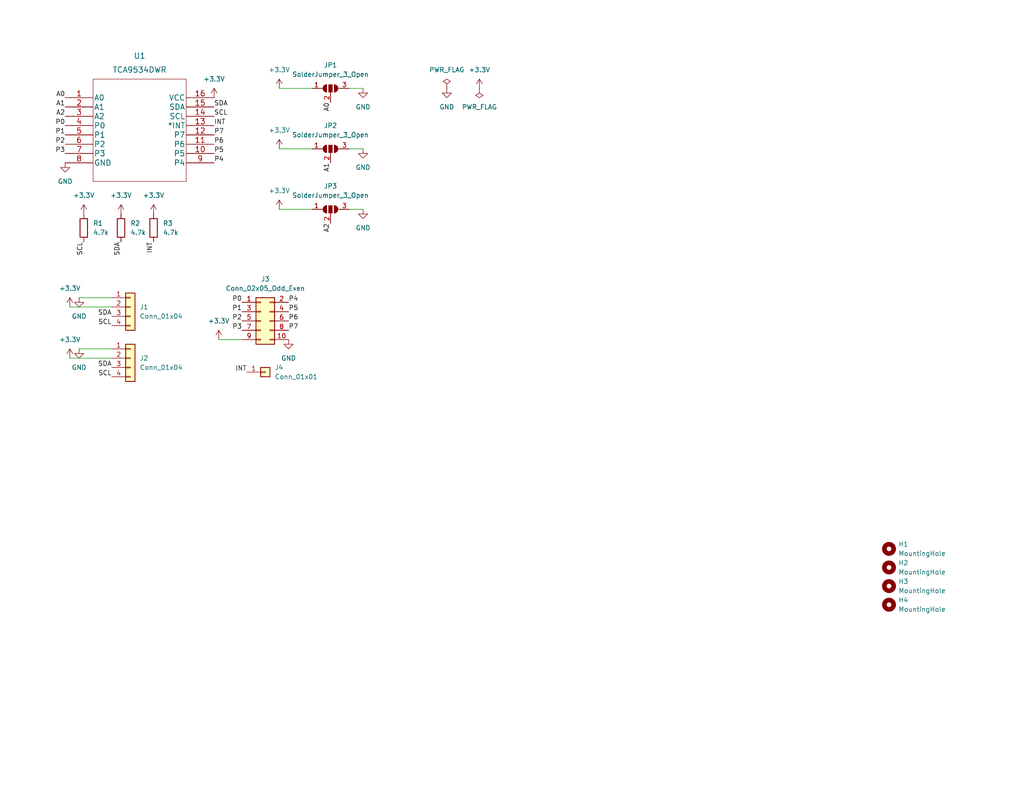
<source format=kicad_sch>
(kicad_sch (version 20211123) (generator eeschema)

  (uuid f98bb1b3-6530-42a4-9756-50c473cb0aba)

  (paper "A")

  (title_block
    (title "TCA9534")
    (date "2022-09-27")
    (rev "1.0")
    (company "Because I'm Clever")
  )

  (lib_symbols
    (symbol "2022-09-28_01-03-26:TCA9534DWR" (pin_names (offset 0.254)) (in_bom yes) (on_board yes)
      (property "Reference" "U" (id 0) (at 20.32 10.16 0)
        (effects (font (size 1.524 1.524)))
      )
      (property "Value" "TCA9534DWR" (id 1) (at 20.32 7.62 0)
        (effects (font (size 1.524 1.524)))
      )
      (property "Footprint" "DW16_TEX" (id 2) (at 20.32 6.096 0)
        (effects (font (size 1.524 1.524)) hide)
      )
      (property "Datasheet" "" (id 3) (at 0 0 0)
        (effects (font (size 1.524 1.524)))
      )
      (property "ki_locked" "" (id 4) (at 0 0 0)
        (effects (font (size 1.27 1.27)))
      )
      (property "ki_fp_filters" "DW16_TEX DW16_TEX-M DW16_TEX-L" (id 5) (at 0 0 0)
        (effects (font (size 1.27 1.27)) hide)
      )
      (symbol "TCA9534DWR_1_1"
        (polyline
          (pts
            (xy 7.62 -22.86)
            (xy 33.02 -22.86)
          )
          (stroke (width 0.127) (type default) (color 0 0 0 0))
          (fill (type none))
        )
        (polyline
          (pts
            (xy 7.62 5.08)
            (xy 7.62 -22.86)
          )
          (stroke (width 0.127) (type default) (color 0 0 0 0))
          (fill (type none))
        )
        (polyline
          (pts
            (xy 33.02 -22.86)
            (xy 33.02 5.08)
          )
          (stroke (width 0.127) (type default) (color 0 0 0 0))
          (fill (type none))
        )
        (polyline
          (pts
            (xy 33.02 5.08)
            (xy 7.62 5.08)
          )
          (stroke (width 0.127) (type default) (color 0 0 0 0))
          (fill (type none))
        )
        (pin input line (at 0 0 0) (length 7.62)
          (name "A0" (effects (font (size 1.4986 1.4986))))
          (number "1" (effects (font (size 1.4986 1.4986))))
        )
        (pin bidirectional line (at 40.64 -15.24 180) (length 7.62)
          (name "P5" (effects (font (size 1.4986 1.4986))))
          (number "10" (effects (font (size 1.4986 1.4986))))
        )
        (pin bidirectional line (at 40.64 -12.7 180) (length 7.62)
          (name "P6" (effects (font (size 1.4986 1.4986))))
          (number "11" (effects (font (size 1.4986 1.4986))))
        )
        (pin bidirectional line (at 40.64 -10.16 180) (length 7.62)
          (name "P7" (effects (font (size 1.4986 1.4986))))
          (number "12" (effects (font (size 1.4986 1.4986))))
        )
        (pin output line (at 40.64 -7.62 180) (length 7.62)
          (name "*INT" (effects (font (size 1.4986 1.4986))))
          (number "13" (effects (font (size 1.4986 1.4986))))
        )
        (pin input line (at 40.64 -5.08 180) (length 7.62)
          (name "SCL" (effects (font (size 1.4986 1.4986))))
          (number "14" (effects (font (size 1.4986 1.4986))))
        )
        (pin bidirectional line (at 40.64 -2.54 180) (length 7.62)
          (name "SDA" (effects (font (size 1.4986 1.4986))))
          (number "15" (effects (font (size 1.4986 1.4986))))
        )
        (pin power_in line (at 40.64 0 180) (length 7.62)
          (name "VCC" (effects (font (size 1.4986 1.4986))))
          (number "16" (effects (font (size 1.4986 1.4986))))
        )
        (pin input line (at 0 -2.54 0) (length 7.62)
          (name "A1" (effects (font (size 1.4986 1.4986))))
          (number "2" (effects (font (size 1.4986 1.4986))))
        )
        (pin input line (at 0 -5.08 0) (length 7.62)
          (name "A2" (effects (font (size 1.4986 1.4986))))
          (number "3" (effects (font (size 1.4986 1.4986))))
        )
        (pin bidirectional line (at 0 -7.62 0) (length 7.62)
          (name "P0" (effects (font (size 1.4986 1.4986))))
          (number "4" (effects (font (size 1.4986 1.4986))))
        )
        (pin bidirectional line (at 0 -10.16 0) (length 7.62)
          (name "P1" (effects (font (size 1.4986 1.4986))))
          (number "5" (effects (font (size 1.4986 1.4986))))
        )
        (pin bidirectional line (at 0 -12.7 0) (length 7.62)
          (name "P2" (effects (font (size 1.4986 1.4986))))
          (number "6" (effects (font (size 1.4986 1.4986))))
        )
        (pin bidirectional line (at 0 -15.24 0) (length 7.62)
          (name "P3" (effects (font (size 1.4986 1.4986))))
          (number "7" (effects (font (size 1.4986 1.4986))))
        )
        (pin power_in line (at 0 -17.78 0) (length 7.62)
          (name "GND" (effects (font (size 1.4986 1.4986))))
          (number "8" (effects (font (size 1.4986 1.4986))))
        )
        (pin bidirectional line (at 40.64 -17.78 180) (length 7.62)
          (name "P4" (effects (font (size 1.4986 1.4986))))
          (number "9" (effects (font (size 1.4986 1.4986))))
        )
      )
    )
    (symbol "Connector_Generic:Conn_01x01" (pin_names (offset 1.016) hide) (in_bom yes) (on_board yes)
      (property "Reference" "J" (id 0) (at 0 2.54 0)
        (effects (font (size 1.27 1.27)))
      )
      (property "Value" "Conn_01x01" (id 1) (at 0 -2.54 0)
        (effects (font (size 1.27 1.27)))
      )
      (property "Footprint" "" (id 2) (at 0 0 0)
        (effects (font (size 1.27 1.27)) hide)
      )
      (property "Datasheet" "~" (id 3) (at 0 0 0)
        (effects (font (size 1.27 1.27)) hide)
      )
      (property "ki_keywords" "connector" (id 4) (at 0 0 0)
        (effects (font (size 1.27 1.27)) hide)
      )
      (property "ki_description" "Generic connector, single row, 01x01, script generated (kicad-library-utils/schlib/autogen/connector/)" (id 5) (at 0 0 0)
        (effects (font (size 1.27 1.27)) hide)
      )
      (property "ki_fp_filters" "Connector*:*_1x??_*" (id 6) (at 0 0 0)
        (effects (font (size 1.27 1.27)) hide)
      )
      (symbol "Conn_01x01_1_1"
        (rectangle (start -1.27 0.127) (end 0 -0.127)
          (stroke (width 0.1524) (type default) (color 0 0 0 0))
          (fill (type none))
        )
        (rectangle (start -1.27 1.27) (end 1.27 -1.27)
          (stroke (width 0.254) (type default) (color 0 0 0 0))
          (fill (type background))
        )
        (pin passive line (at -5.08 0 0) (length 3.81)
          (name "Pin_1" (effects (font (size 1.27 1.27))))
          (number "1" (effects (font (size 1.27 1.27))))
        )
      )
    )
    (symbol "Connector_Generic:Conn_01x04" (pin_names (offset 1.016) hide) (in_bom yes) (on_board yes)
      (property "Reference" "J" (id 0) (at 0 5.08 0)
        (effects (font (size 1.27 1.27)))
      )
      (property "Value" "Conn_01x04" (id 1) (at 0 -7.62 0)
        (effects (font (size 1.27 1.27)))
      )
      (property "Footprint" "" (id 2) (at 0 0 0)
        (effects (font (size 1.27 1.27)) hide)
      )
      (property "Datasheet" "~" (id 3) (at 0 0 0)
        (effects (font (size 1.27 1.27)) hide)
      )
      (property "ki_keywords" "connector" (id 4) (at 0 0 0)
        (effects (font (size 1.27 1.27)) hide)
      )
      (property "ki_description" "Generic connector, single row, 01x04, script generated (kicad-library-utils/schlib/autogen/connector/)" (id 5) (at 0 0 0)
        (effects (font (size 1.27 1.27)) hide)
      )
      (property "ki_fp_filters" "Connector*:*_1x??_*" (id 6) (at 0 0 0)
        (effects (font (size 1.27 1.27)) hide)
      )
      (symbol "Conn_01x04_1_1"
        (rectangle (start -1.27 -4.953) (end 0 -5.207)
          (stroke (width 0.1524) (type default) (color 0 0 0 0))
          (fill (type none))
        )
        (rectangle (start -1.27 -2.413) (end 0 -2.667)
          (stroke (width 0.1524) (type default) (color 0 0 0 0))
          (fill (type none))
        )
        (rectangle (start -1.27 0.127) (end 0 -0.127)
          (stroke (width 0.1524) (type default) (color 0 0 0 0))
          (fill (type none))
        )
        (rectangle (start -1.27 2.667) (end 0 2.413)
          (stroke (width 0.1524) (type default) (color 0 0 0 0))
          (fill (type none))
        )
        (rectangle (start -1.27 3.81) (end 1.27 -6.35)
          (stroke (width 0.254) (type default) (color 0 0 0 0))
          (fill (type background))
        )
        (pin passive line (at -5.08 2.54 0) (length 3.81)
          (name "Pin_1" (effects (font (size 1.27 1.27))))
          (number "1" (effects (font (size 1.27 1.27))))
        )
        (pin passive line (at -5.08 0 0) (length 3.81)
          (name "Pin_2" (effects (font (size 1.27 1.27))))
          (number "2" (effects (font (size 1.27 1.27))))
        )
        (pin passive line (at -5.08 -2.54 0) (length 3.81)
          (name "Pin_3" (effects (font (size 1.27 1.27))))
          (number "3" (effects (font (size 1.27 1.27))))
        )
        (pin passive line (at -5.08 -5.08 0) (length 3.81)
          (name "Pin_4" (effects (font (size 1.27 1.27))))
          (number "4" (effects (font (size 1.27 1.27))))
        )
      )
    )
    (symbol "Connector_Generic:Conn_02x05_Odd_Even" (pin_names (offset 1.016) hide) (in_bom yes) (on_board yes)
      (property "Reference" "J" (id 0) (at 1.27 7.62 0)
        (effects (font (size 1.27 1.27)))
      )
      (property "Value" "Conn_02x05_Odd_Even" (id 1) (at 1.27 -7.62 0)
        (effects (font (size 1.27 1.27)))
      )
      (property "Footprint" "" (id 2) (at 0 0 0)
        (effects (font (size 1.27 1.27)) hide)
      )
      (property "Datasheet" "~" (id 3) (at 0 0 0)
        (effects (font (size 1.27 1.27)) hide)
      )
      (property "ki_keywords" "connector" (id 4) (at 0 0 0)
        (effects (font (size 1.27 1.27)) hide)
      )
      (property "ki_description" "Generic connector, double row, 02x05, odd/even pin numbering scheme (row 1 odd numbers, row 2 even numbers), script generated (kicad-library-utils/schlib/autogen/connector/)" (id 5) (at 0 0 0)
        (effects (font (size 1.27 1.27)) hide)
      )
      (property "ki_fp_filters" "Connector*:*_2x??_*" (id 6) (at 0 0 0)
        (effects (font (size 1.27 1.27)) hide)
      )
      (symbol "Conn_02x05_Odd_Even_1_1"
        (rectangle (start -1.27 -4.953) (end 0 -5.207)
          (stroke (width 0.1524) (type default) (color 0 0 0 0))
          (fill (type none))
        )
        (rectangle (start -1.27 -2.413) (end 0 -2.667)
          (stroke (width 0.1524) (type default) (color 0 0 0 0))
          (fill (type none))
        )
        (rectangle (start -1.27 0.127) (end 0 -0.127)
          (stroke (width 0.1524) (type default) (color 0 0 0 0))
          (fill (type none))
        )
        (rectangle (start -1.27 2.667) (end 0 2.413)
          (stroke (width 0.1524) (type default) (color 0 0 0 0))
          (fill (type none))
        )
        (rectangle (start -1.27 5.207) (end 0 4.953)
          (stroke (width 0.1524) (type default) (color 0 0 0 0))
          (fill (type none))
        )
        (rectangle (start -1.27 6.35) (end 3.81 -6.35)
          (stroke (width 0.254) (type default) (color 0 0 0 0))
          (fill (type background))
        )
        (rectangle (start 3.81 -4.953) (end 2.54 -5.207)
          (stroke (width 0.1524) (type default) (color 0 0 0 0))
          (fill (type none))
        )
        (rectangle (start 3.81 -2.413) (end 2.54 -2.667)
          (stroke (width 0.1524) (type default) (color 0 0 0 0))
          (fill (type none))
        )
        (rectangle (start 3.81 0.127) (end 2.54 -0.127)
          (stroke (width 0.1524) (type default) (color 0 0 0 0))
          (fill (type none))
        )
        (rectangle (start 3.81 2.667) (end 2.54 2.413)
          (stroke (width 0.1524) (type default) (color 0 0 0 0))
          (fill (type none))
        )
        (rectangle (start 3.81 5.207) (end 2.54 4.953)
          (stroke (width 0.1524) (type default) (color 0 0 0 0))
          (fill (type none))
        )
        (pin passive line (at -5.08 5.08 0) (length 3.81)
          (name "Pin_1" (effects (font (size 1.27 1.27))))
          (number "1" (effects (font (size 1.27 1.27))))
        )
        (pin passive line (at 7.62 -5.08 180) (length 3.81)
          (name "Pin_10" (effects (font (size 1.27 1.27))))
          (number "10" (effects (font (size 1.27 1.27))))
        )
        (pin passive line (at 7.62 5.08 180) (length 3.81)
          (name "Pin_2" (effects (font (size 1.27 1.27))))
          (number "2" (effects (font (size 1.27 1.27))))
        )
        (pin passive line (at -5.08 2.54 0) (length 3.81)
          (name "Pin_3" (effects (font (size 1.27 1.27))))
          (number "3" (effects (font (size 1.27 1.27))))
        )
        (pin passive line (at 7.62 2.54 180) (length 3.81)
          (name "Pin_4" (effects (font (size 1.27 1.27))))
          (number "4" (effects (font (size 1.27 1.27))))
        )
        (pin passive line (at -5.08 0 0) (length 3.81)
          (name "Pin_5" (effects (font (size 1.27 1.27))))
          (number "5" (effects (font (size 1.27 1.27))))
        )
        (pin passive line (at 7.62 0 180) (length 3.81)
          (name "Pin_6" (effects (font (size 1.27 1.27))))
          (number "6" (effects (font (size 1.27 1.27))))
        )
        (pin passive line (at -5.08 -2.54 0) (length 3.81)
          (name "Pin_7" (effects (font (size 1.27 1.27))))
          (number "7" (effects (font (size 1.27 1.27))))
        )
        (pin passive line (at 7.62 -2.54 180) (length 3.81)
          (name "Pin_8" (effects (font (size 1.27 1.27))))
          (number "8" (effects (font (size 1.27 1.27))))
        )
        (pin passive line (at -5.08 -5.08 0) (length 3.81)
          (name "Pin_9" (effects (font (size 1.27 1.27))))
          (number "9" (effects (font (size 1.27 1.27))))
        )
      )
    )
    (symbol "Device:R" (pin_numbers hide) (pin_names (offset 0)) (in_bom yes) (on_board yes)
      (property "Reference" "R" (id 0) (at 2.032 0 90)
        (effects (font (size 1.27 1.27)))
      )
      (property "Value" "R" (id 1) (at 0 0 90)
        (effects (font (size 1.27 1.27)))
      )
      (property "Footprint" "" (id 2) (at -1.778 0 90)
        (effects (font (size 1.27 1.27)) hide)
      )
      (property "Datasheet" "~" (id 3) (at 0 0 0)
        (effects (font (size 1.27 1.27)) hide)
      )
      (property "ki_keywords" "R res resistor" (id 4) (at 0 0 0)
        (effects (font (size 1.27 1.27)) hide)
      )
      (property "ki_description" "Resistor" (id 5) (at 0 0 0)
        (effects (font (size 1.27 1.27)) hide)
      )
      (property "ki_fp_filters" "R_*" (id 6) (at 0 0 0)
        (effects (font (size 1.27 1.27)) hide)
      )
      (symbol "R_0_1"
        (rectangle (start -1.016 -2.54) (end 1.016 2.54)
          (stroke (width 0.254) (type default) (color 0 0 0 0))
          (fill (type none))
        )
      )
      (symbol "R_1_1"
        (pin passive line (at 0 3.81 270) (length 1.27)
          (name "~" (effects (font (size 1.27 1.27))))
          (number "1" (effects (font (size 1.27 1.27))))
        )
        (pin passive line (at 0 -3.81 90) (length 1.27)
          (name "~" (effects (font (size 1.27 1.27))))
          (number "2" (effects (font (size 1.27 1.27))))
        )
      )
    )
    (symbol "Jumper:SolderJumper_3_Open" (pin_names (offset 0) hide) (in_bom yes) (on_board yes)
      (property "Reference" "JP" (id 0) (at -2.54 -2.54 0)
        (effects (font (size 1.27 1.27)))
      )
      (property "Value" "SolderJumper_3_Open" (id 1) (at 0 2.794 0)
        (effects (font (size 1.27 1.27)))
      )
      (property "Footprint" "" (id 2) (at 0 0 0)
        (effects (font (size 1.27 1.27)) hide)
      )
      (property "Datasheet" "~" (id 3) (at 0 0 0)
        (effects (font (size 1.27 1.27)) hide)
      )
      (property "ki_keywords" "Solder Jumper SPDT" (id 4) (at 0 0 0)
        (effects (font (size 1.27 1.27)) hide)
      )
      (property "ki_description" "Solder Jumper, 3-pole, open" (id 5) (at 0 0 0)
        (effects (font (size 1.27 1.27)) hide)
      )
      (property "ki_fp_filters" "SolderJumper*Open*" (id 6) (at 0 0 0)
        (effects (font (size 1.27 1.27)) hide)
      )
      (symbol "SolderJumper_3_Open_0_1"
        (arc (start -1.016 1.016) (mid -2.032 0) (end -1.016 -1.016)
          (stroke (width 0) (type default) (color 0 0 0 0))
          (fill (type none))
        )
        (arc (start -1.016 1.016) (mid -2.032 0) (end -1.016 -1.016)
          (stroke (width 0) (type default) (color 0 0 0 0))
          (fill (type outline))
        )
        (rectangle (start -0.508 1.016) (end 0.508 -1.016)
          (stroke (width 0) (type default) (color 0 0 0 0))
          (fill (type outline))
        )
        (polyline
          (pts
            (xy -2.54 0)
            (xy -2.032 0)
          )
          (stroke (width 0) (type default) (color 0 0 0 0))
          (fill (type none))
        )
        (polyline
          (pts
            (xy -1.016 1.016)
            (xy -1.016 -1.016)
          )
          (stroke (width 0) (type default) (color 0 0 0 0))
          (fill (type none))
        )
        (polyline
          (pts
            (xy 0 -1.27)
            (xy 0 -1.016)
          )
          (stroke (width 0) (type default) (color 0 0 0 0))
          (fill (type none))
        )
        (polyline
          (pts
            (xy 1.016 1.016)
            (xy 1.016 -1.016)
          )
          (stroke (width 0) (type default) (color 0 0 0 0))
          (fill (type none))
        )
        (polyline
          (pts
            (xy 2.54 0)
            (xy 2.032 0)
          )
          (stroke (width 0) (type default) (color 0 0 0 0))
          (fill (type none))
        )
        (arc (start 1.016 -1.016) (mid 2.032 0) (end 1.016 1.016)
          (stroke (width 0) (type default) (color 0 0 0 0))
          (fill (type none))
        )
        (arc (start 1.016 -1.016) (mid 2.032 0) (end 1.016 1.016)
          (stroke (width 0) (type default) (color 0 0 0 0))
          (fill (type outline))
        )
      )
      (symbol "SolderJumper_3_Open_1_1"
        (pin passive line (at -5.08 0 0) (length 2.54)
          (name "A" (effects (font (size 1.27 1.27))))
          (number "1" (effects (font (size 1.27 1.27))))
        )
        (pin passive line (at 0 -3.81 90) (length 2.54)
          (name "C" (effects (font (size 1.27 1.27))))
          (number "2" (effects (font (size 1.27 1.27))))
        )
        (pin passive line (at 5.08 0 180) (length 2.54)
          (name "B" (effects (font (size 1.27 1.27))))
          (number "3" (effects (font (size 1.27 1.27))))
        )
      )
    )
    (symbol "Mechanical:MountingHole" (pin_names (offset 1.016)) (in_bom yes) (on_board yes)
      (property "Reference" "H" (id 0) (at 0 5.08 0)
        (effects (font (size 1.27 1.27)))
      )
      (property "Value" "MountingHole" (id 1) (at 0 3.175 0)
        (effects (font (size 1.27 1.27)))
      )
      (property "Footprint" "" (id 2) (at 0 0 0)
        (effects (font (size 1.27 1.27)) hide)
      )
      (property "Datasheet" "~" (id 3) (at 0 0 0)
        (effects (font (size 1.27 1.27)) hide)
      )
      (property "ki_keywords" "mounting hole" (id 4) (at 0 0 0)
        (effects (font (size 1.27 1.27)) hide)
      )
      (property "ki_description" "Mounting Hole without connection" (id 5) (at 0 0 0)
        (effects (font (size 1.27 1.27)) hide)
      )
      (property "ki_fp_filters" "MountingHole*" (id 6) (at 0 0 0)
        (effects (font (size 1.27 1.27)) hide)
      )
      (symbol "MountingHole_0_1"
        (circle (center 0 0) (radius 1.27)
          (stroke (width 1.27) (type default) (color 0 0 0 0))
          (fill (type none))
        )
      )
    )
    (symbol "power:+3.3V" (power) (pin_names (offset 0)) (in_bom yes) (on_board yes)
      (property "Reference" "#PWR" (id 0) (at 0 -3.81 0)
        (effects (font (size 1.27 1.27)) hide)
      )
      (property "Value" "+3.3V" (id 1) (at 0 3.556 0)
        (effects (font (size 1.27 1.27)))
      )
      (property "Footprint" "" (id 2) (at 0 0 0)
        (effects (font (size 1.27 1.27)) hide)
      )
      (property "Datasheet" "" (id 3) (at 0 0 0)
        (effects (font (size 1.27 1.27)) hide)
      )
      (property "ki_keywords" "power-flag" (id 4) (at 0 0 0)
        (effects (font (size 1.27 1.27)) hide)
      )
      (property "ki_description" "Power symbol creates a global label with name \"+3.3V\"" (id 5) (at 0 0 0)
        (effects (font (size 1.27 1.27)) hide)
      )
      (symbol "+3.3V_0_1"
        (polyline
          (pts
            (xy -0.762 1.27)
            (xy 0 2.54)
          )
          (stroke (width 0) (type default) (color 0 0 0 0))
          (fill (type none))
        )
        (polyline
          (pts
            (xy 0 0)
            (xy 0 2.54)
          )
          (stroke (width 0) (type default) (color 0 0 0 0))
          (fill (type none))
        )
        (polyline
          (pts
            (xy 0 2.54)
            (xy 0.762 1.27)
          )
          (stroke (width 0) (type default) (color 0 0 0 0))
          (fill (type none))
        )
      )
      (symbol "+3.3V_1_1"
        (pin power_in line (at 0 0 90) (length 0) hide
          (name "+3.3V" (effects (font (size 1.27 1.27))))
          (number "1" (effects (font (size 1.27 1.27))))
        )
      )
    )
    (symbol "power:GND" (power) (pin_names (offset 0)) (in_bom yes) (on_board yes)
      (property "Reference" "#PWR" (id 0) (at 0 -6.35 0)
        (effects (font (size 1.27 1.27)) hide)
      )
      (property "Value" "GND" (id 1) (at 0 -3.81 0)
        (effects (font (size 1.27 1.27)))
      )
      (property "Footprint" "" (id 2) (at 0 0 0)
        (effects (font (size 1.27 1.27)) hide)
      )
      (property "Datasheet" "" (id 3) (at 0 0 0)
        (effects (font (size 1.27 1.27)) hide)
      )
      (property "ki_keywords" "power-flag" (id 4) (at 0 0 0)
        (effects (font (size 1.27 1.27)) hide)
      )
      (property "ki_description" "Power symbol creates a global label with name \"GND\" , ground" (id 5) (at 0 0 0)
        (effects (font (size 1.27 1.27)) hide)
      )
      (symbol "GND_0_1"
        (polyline
          (pts
            (xy 0 0)
            (xy 0 -1.27)
            (xy 1.27 -1.27)
            (xy 0 -2.54)
            (xy -1.27 -1.27)
            (xy 0 -1.27)
          )
          (stroke (width 0) (type default) (color 0 0 0 0))
          (fill (type none))
        )
      )
      (symbol "GND_1_1"
        (pin power_in line (at 0 0 270) (length 0) hide
          (name "GND" (effects (font (size 1.27 1.27))))
          (number "1" (effects (font (size 1.27 1.27))))
        )
      )
    )
    (symbol "power:PWR_FLAG" (power) (pin_numbers hide) (pin_names (offset 0) hide) (in_bom yes) (on_board yes)
      (property "Reference" "#FLG" (id 0) (at 0 1.905 0)
        (effects (font (size 1.27 1.27)) hide)
      )
      (property "Value" "PWR_FLAG" (id 1) (at 0 3.81 0)
        (effects (font (size 1.27 1.27)))
      )
      (property "Footprint" "" (id 2) (at 0 0 0)
        (effects (font (size 1.27 1.27)) hide)
      )
      (property "Datasheet" "~" (id 3) (at 0 0 0)
        (effects (font (size 1.27 1.27)) hide)
      )
      (property "ki_keywords" "power-flag" (id 4) (at 0 0 0)
        (effects (font (size 1.27 1.27)) hide)
      )
      (property "ki_description" "Special symbol for telling ERC where power comes from" (id 5) (at 0 0 0)
        (effects (font (size 1.27 1.27)) hide)
      )
      (symbol "PWR_FLAG_0_0"
        (pin power_out line (at 0 0 90) (length 0)
          (name "pwr" (effects (font (size 1.27 1.27))))
          (number "1" (effects (font (size 1.27 1.27))))
        )
      )
      (symbol "PWR_FLAG_0_1"
        (polyline
          (pts
            (xy 0 0)
            (xy 0 1.27)
            (xy -1.016 1.905)
            (xy 0 2.54)
            (xy 1.016 1.905)
            (xy 0 1.27)
          )
          (stroke (width 0) (type default) (color 0 0 0 0))
          (fill (type none))
        )
      )
    )
  )


  (wire (pts (xy 76.2 40.64) (xy 85.09 40.64))
    (stroke (width 0) (type default) (color 0 0 0 0))
    (uuid 0e12c328-cb86-4eb1-b576-140e1cb08880)
  )
  (wire (pts (xy 21.59 81.28) (xy 30.48 81.28))
    (stroke (width 0) (type default) (color 0 0 0 0))
    (uuid 1db066c7-5a79-46e7-b0bd-f10e08ff07a4)
  )
  (wire (pts (xy 99.06 24.13) (xy 95.25 24.13))
    (stroke (width 0) (type default) (color 0 0 0 0))
    (uuid 2d05ef1a-19fb-4759-930f-638033d9d63d)
  )
  (wire (pts (xy 59.69 92.71) (xy 66.04 92.71))
    (stroke (width 0) (type default) (color 0 0 0 0))
    (uuid 486fcb59-4647-45a6-a151-4ba8f65e66dd)
  )
  (wire (pts (xy 76.2 24.13) (xy 85.09 24.13))
    (stroke (width 0) (type default) (color 0 0 0 0))
    (uuid 6a646b39-92a9-4510-8fa0-22e7f661a4cf)
  )
  (wire (pts (xy 19.05 83.82) (xy 30.48 83.82))
    (stroke (width 0) (type default) (color 0 0 0 0))
    (uuid 8ab35d0a-266f-4362-82fd-006a2316d767)
  )
  (wire (pts (xy 99.06 57.15) (xy 95.25 57.15))
    (stroke (width 0) (type default) (color 0 0 0 0))
    (uuid 927f36b9-e949-47ed-bb58-3d2a1c559d91)
  )
  (wire (pts (xy 76.2 57.15) (xy 85.09 57.15))
    (stroke (width 0) (type default) (color 0 0 0 0))
    (uuid b979b316-223d-48c4-81e1-c4bb00f07b15)
  )
  (wire (pts (xy 99.06 40.64) (xy 95.25 40.64))
    (stroke (width 0) (type default) (color 0 0 0 0))
    (uuid cfc23645-6a7c-4630-965c-b9fc6e30142e)
  )
  (wire (pts (xy 21.59 95.25) (xy 30.48 95.25))
    (stroke (width 0) (type default) (color 0 0 0 0))
    (uuid d262d7aa-9da6-4fc5-8b00-eedead53c406)
  )
  (wire (pts (xy 19.05 97.79) (xy 30.48 97.79))
    (stroke (width 0) (type default) (color 0 0 0 0))
    (uuid d5ce526f-dc7d-44e9-a4ac-51752d22ddb5)
  )

  (label "P7" (at 78.74 90.17 0)
    (effects (font (size 1.27 1.27)) (justify left bottom))
    (uuid 0a019be3-fac6-463c-bc05-01a499a57e94)
  )
  (label "SDA" (at 58.42 29.21 0)
    (effects (font (size 1.27 1.27)) (justify left bottom))
    (uuid 0ed03a03-0608-4cb9-bdb4-1de374283656)
  )
  (label "P7" (at 58.42 36.83 0)
    (effects (font (size 1.27 1.27)) (justify left bottom))
    (uuid 0f102cb0-33d4-42f5-9ab9-d8b697a0109d)
  )
  (label "P2" (at 66.04 87.63 180)
    (effects (font (size 1.27 1.27)) (justify right bottom))
    (uuid 20c4ab4b-ea2d-45bb-96b6-31c3673cd9ad)
  )
  (label "P4" (at 58.42 44.45 0)
    (effects (font (size 1.27 1.27)) (justify left bottom))
    (uuid 2997b79b-f692-421c-af0c-2a1079cc3608)
  )
  (label "A0" (at 17.78 26.67 180)
    (effects (font (size 1.27 1.27)) (justify right bottom))
    (uuid 2ae75f62-b857-4463-ac4e-7e35adb73dcc)
  )
  (label "SCL" (at 22.86 66.04 270)
    (effects (font (size 1.27 1.27)) (justify right bottom))
    (uuid 2d9e54cc-4d06-41b8-8e11-c2841d624a49)
  )
  (label "INT" (at 58.42 34.29 0)
    (effects (font (size 1.27 1.27)) (justify left bottom))
    (uuid 3a588579-d7b6-449d-bafc-87484bad3eb2)
  )
  (label "P2" (at 17.78 39.37 180)
    (effects (font (size 1.27 1.27)) (justify right bottom))
    (uuid 3e737609-80b7-4c57-b7e0-72729b4bb598)
  )
  (label "A1" (at 90.17 44.45 270)
    (effects (font (size 1.27 1.27)) (justify right bottom))
    (uuid 530f690d-02f4-4b78-82c2-fbd1fa324220)
  )
  (label "INT" (at 67.31 101.6 180)
    (effects (font (size 1.27 1.27)) (justify right bottom))
    (uuid 550017d9-c666-4220-8d6e-a73e3d8ba72f)
  )
  (label "P1" (at 17.78 36.83 180)
    (effects (font (size 1.27 1.27)) (justify right bottom))
    (uuid 59d1583c-82d6-4759-b0f9-a2569610652e)
  )
  (label "A1" (at 17.78 29.21 180)
    (effects (font (size 1.27 1.27)) (justify right bottom))
    (uuid 61ce7b86-84ff-44e7-b108-536ef28235e4)
  )
  (label "P5" (at 78.74 85.09 0)
    (effects (font (size 1.27 1.27)) (justify left bottom))
    (uuid 7209094f-7dec-402e-9eb4-821b9e2a51e4)
  )
  (label "SDA" (at 30.48 100.33 180)
    (effects (font (size 1.27 1.27)) (justify right bottom))
    (uuid 72f42025-23c2-4eac-b27f-ef9603b9b743)
  )
  (label "P3" (at 66.04 90.17 180)
    (effects (font (size 1.27 1.27)) (justify right bottom))
    (uuid 738679d8-122f-4c48-acc4-92f082cc8090)
  )
  (label "SDA" (at 33.02 66.04 270)
    (effects (font (size 1.27 1.27)) (justify right bottom))
    (uuid 743d52e6-ce4b-4d38-8a6c-7e28cfae966d)
  )
  (label "P0" (at 66.04 82.55 180)
    (effects (font (size 1.27 1.27)) (justify right bottom))
    (uuid 85d50f52-1ace-42d6-b27f-104e84618eac)
  )
  (label "P5" (at 58.42 41.91 0)
    (effects (font (size 1.27 1.27)) (justify left bottom))
    (uuid 8cbe0fa3-5552-4147-8fcc-17a433bb94a9)
  )
  (label "INT" (at 41.91 66.04 270)
    (effects (font (size 1.27 1.27)) (justify right bottom))
    (uuid 9d3bcc8b-2e91-40bd-9ac0-d2ce804e3fb9)
  )
  (label "A2" (at 90.17 60.96 270)
    (effects (font (size 1.27 1.27)) (justify right bottom))
    (uuid a901e337-39b3-4b4a-9b92-81bb7dcfde0b)
  )
  (label "A2" (at 17.78 31.75 180)
    (effects (font (size 1.27 1.27)) (justify right bottom))
    (uuid aece8e3f-cc8c-48dd-b370-9424a179c456)
  )
  (label "A0" (at 90.17 27.94 270)
    (effects (font (size 1.27 1.27)) (justify right bottom))
    (uuid b04e9f02-fcbd-44f1-8529-d84b009d86ca)
  )
  (label "P0" (at 17.78 34.29 180)
    (effects (font (size 1.27 1.27)) (justify right bottom))
    (uuid c96eaa85-8a06-4649-9c6e-0d4054d4c645)
  )
  (label "P6" (at 78.74 87.63 0)
    (effects (font (size 1.27 1.27)) (justify left bottom))
    (uuid de4a3a2c-263a-4d7d-b8d9-e204aa60c90b)
  )
  (label "P3" (at 17.78 41.91 180)
    (effects (font (size 1.27 1.27)) (justify right bottom))
    (uuid e35566f3-39ec-42d2-acd4-99de9905367c)
  )
  (label "P6" (at 58.42 39.37 0)
    (effects (font (size 1.27 1.27)) (justify left bottom))
    (uuid e3714bde-e8bc-4840-82a3-241f16d3f53f)
  )
  (label "SDA" (at 30.48 86.36 180)
    (effects (font (size 1.27 1.27)) (justify right bottom))
    (uuid e69af7d8-189b-47df-9e9c-cdd03bbef0d7)
  )
  (label "P1" (at 66.04 85.09 180)
    (effects (font (size 1.27 1.27)) (justify right bottom))
    (uuid ed2ee1ac-35b1-4bb7-af1e-04a9d4bab145)
  )
  (label "SCL" (at 30.48 88.9 180)
    (effects (font (size 1.27 1.27)) (justify right bottom))
    (uuid f2840b80-92a8-45ff-9217-514b6b52ef56)
  )
  (label "SCL" (at 30.48 102.87 180)
    (effects (font (size 1.27 1.27)) (justify right bottom))
    (uuid f6cce8a6-a824-4a3e-af5b-610e82250e57)
  )
  (label "SCL" (at 58.42 31.75 0)
    (effects (font (size 1.27 1.27)) (justify left bottom))
    (uuid f738f1c4-d558-432d-9baa-7b35c41875b4)
  )
  (label "P4" (at 78.74 82.55 0)
    (effects (font (size 1.27 1.27)) (justify left bottom))
    (uuid f75529b0-b243-42fc-990b-51c3b7e2eba3)
  )

  (symbol (lib_id "power:GND") (at 121.92 24.13 0) (unit 1)
    (in_bom yes) (on_board yes) (fields_autoplaced)
    (uuid 04f782a3-b0dd-475e-8f7e-59de1ad5dfdd)
    (property "Reference" "#PWR018" (id 0) (at 121.92 30.48 0)
      (effects (font (size 1.27 1.27)) hide)
    )
    (property "Value" "GND" (id 1) (at 121.92 29.21 0))
    (property "Footprint" "" (id 2) (at 121.92 24.13 0)
      (effects (font (size 1.27 1.27)) hide)
    )
    (property "Datasheet" "" (id 3) (at 121.92 24.13 0)
      (effects (font (size 1.27 1.27)) hide)
    )
    (pin "1" (uuid bdaf094a-1a97-4bd5-b772-93bc99d4a4e0))
  )

  (symbol (lib_id "power:GND") (at 99.06 24.13 0) (unit 1)
    (in_bom yes) (on_board yes) (fields_autoplaced)
    (uuid 05cc2f10-bfd1-4a57-91bc-a28403fd2ccc)
    (property "Reference" "#PWR015" (id 0) (at 99.06 30.48 0)
      (effects (font (size 1.27 1.27)) hide)
    )
    (property "Value" "GND" (id 1) (at 99.06 29.21 0))
    (property "Footprint" "" (id 2) (at 99.06 24.13 0)
      (effects (font (size 1.27 1.27)) hide)
    )
    (property "Datasheet" "" (id 3) (at 99.06 24.13 0)
      (effects (font (size 1.27 1.27)) hide)
    )
    (pin "1" (uuid ab31045a-11bc-4481-8d5f-14387f693b1a))
  )

  (symbol (lib_id "Jumper:SolderJumper_3_Open") (at 90.17 40.64 0) (unit 1)
    (in_bom yes) (on_board yes) (fields_autoplaced)
    (uuid 0bf13da1-cdc9-4a01-9b64-0b37802f5682)
    (property "Reference" "JP2" (id 0) (at 90.17 34.29 0))
    (property "Value" "SolderJumper_3_Open" (id 1) (at 90.17 36.83 0))
    (property "Footprint" "Jumper:SolderJumper-3_P1.3mm_Open_Pad1.0x1.5mm" (id 2) (at 90.17 40.64 0)
      (effects (font (size 1.27 1.27)) hide)
    )
    (property "Datasheet" "~" (id 3) (at 90.17 40.64 0)
      (effects (font (size 1.27 1.27)) hide)
    )
    (pin "1" (uuid c4162a54-2085-4188-93fd-b7967ab9f382))
    (pin "2" (uuid 97d4c82f-0675-4ffd-a486-7157d4e39e8c))
    (pin "3" (uuid 21caf714-fdcb-4f10-b660-e77c45590531))
  )

  (symbol (lib_id "power:+3.3V") (at 130.81 24.13 0) (unit 1)
    (in_bom yes) (on_board yes) (fields_autoplaced)
    (uuid 0e245f9e-5abd-401e-9b2c-fe7c88e955d1)
    (property "Reference" "#PWR019" (id 0) (at 130.81 27.94 0)
      (effects (font (size 1.27 1.27)) hide)
    )
    (property "Value" "+3.3V" (id 1) (at 130.81 19.05 0))
    (property "Footprint" "" (id 2) (at 130.81 24.13 0)
      (effects (font (size 1.27 1.27)) hide)
    )
    (property "Datasheet" "" (id 3) (at 130.81 24.13 0)
      (effects (font (size 1.27 1.27)) hide)
    )
    (pin "1" (uuid 66093f6e-ce96-4d4f-95ce-dcdbce6d1683))
  )

  (symbol (lib_id "Jumper:SolderJumper_3_Open") (at 90.17 24.13 0) (unit 1)
    (in_bom yes) (on_board yes) (fields_autoplaced)
    (uuid 1423e419-4831-4858-acd1-50db8803cee6)
    (property "Reference" "JP1" (id 0) (at 90.17 17.78 0))
    (property "Value" "SolderJumper_3_Open" (id 1) (at 90.17 20.32 0))
    (property "Footprint" "Jumper:SolderJumper-3_P1.3mm_Open_Pad1.0x1.5mm" (id 2) (at 90.17 24.13 0)
      (effects (font (size 1.27 1.27)) hide)
    )
    (property "Datasheet" "~" (id 3) (at 90.17 24.13 0)
      (effects (font (size 1.27 1.27)) hide)
    )
    (pin "1" (uuid a64846fb-6ff9-4f6b-8198-ada2234d85c3))
    (pin "2" (uuid c710ff46-f493-4ff6-ba18-a3fda033c647))
    (pin "3" (uuid 4de9d9ff-7003-4dc7-874b-f192f90a9f91))
  )

  (symbol (lib_id "power:+3.3V") (at 59.69 92.71 0) (unit 1)
    (in_bom yes) (on_board yes) (fields_autoplaced)
    (uuid 17e800b2-fbc1-4dff-b56b-8db53677840d)
    (property "Reference" "#PWR010" (id 0) (at 59.69 96.52 0)
      (effects (font (size 1.27 1.27)) hide)
    )
    (property "Value" "+3.3V" (id 1) (at 59.69 87.63 0))
    (property "Footprint" "" (id 2) (at 59.69 92.71 0)
      (effects (font (size 1.27 1.27)) hide)
    )
    (property "Datasheet" "" (id 3) (at 59.69 92.71 0)
      (effects (font (size 1.27 1.27)) hide)
    )
    (pin "1" (uuid 55d291d8-f519-445d-9734-d7b7a4eed2dd))
  )

  (symbol (lib_id "power:GND") (at 21.59 81.28 0) (unit 1)
    (in_bom yes) (on_board yes) (fields_autoplaced)
    (uuid 1c18c91b-14ca-4a9a-8d5f-6ed65b35927c)
    (property "Reference" "#PWR04" (id 0) (at 21.59 87.63 0)
      (effects (font (size 1.27 1.27)) hide)
    )
    (property "Value" "GND" (id 1) (at 21.59 86.36 0))
    (property "Footprint" "" (id 2) (at 21.59 81.28 0)
      (effects (font (size 1.27 1.27)) hide)
    )
    (property "Datasheet" "" (id 3) (at 21.59 81.28 0)
      (effects (font (size 1.27 1.27)) hide)
    )
    (pin "1" (uuid de2d8f00-52e2-4b85-b8f6-a1f5a798ef9d))
  )

  (symbol (lib_id "Device:R") (at 22.86 62.23 0) (unit 1)
    (in_bom yes) (on_board yes) (fields_autoplaced)
    (uuid 1d24812c-617e-43ba-a1fd-0fb55bdfc67b)
    (property "Reference" "R1" (id 0) (at 25.4 60.9599 0)
      (effects (font (size 1.27 1.27)) (justify left))
    )
    (property "Value" "4.7k" (id 1) (at 25.4 63.4999 0)
      (effects (font (size 1.27 1.27)) (justify left))
    )
    (property "Footprint" "Resistor_SMD:R_0805_2012Metric_Pad1.20x1.40mm_HandSolder" (id 2) (at 21.082 62.23 90)
      (effects (font (size 1.27 1.27)) hide)
    )
    (property "Datasheet" "~" (id 3) (at 22.86 62.23 0)
      (effects (font (size 1.27 1.27)) hide)
    )
    (pin "1" (uuid b9529693-485f-4cec-a947-e1583d1105af))
    (pin "2" (uuid 19e1986f-07d5-4db7-b8ac-0b97a09114b8))
  )

  (symbol (lib_id "power:+3.3V") (at 22.86 58.42 0) (unit 1)
    (in_bom yes) (on_board yes) (fields_autoplaced)
    (uuid 23778244-43ee-47f4-a024-c85669f64133)
    (property "Reference" "#PWR06" (id 0) (at 22.86 62.23 0)
      (effects (font (size 1.27 1.27)) hide)
    )
    (property "Value" "+3.3V" (id 1) (at 22.86 53.34 0))
    (property "Footprint" "" (id 2) (at 22.86 58.42 0)
      (effects (font (size 1.27 1.27)) hide)
    )
    (property "Datasheet" "" (id 3) (at 22.86 58.42 0)
      (effects (font (size 1.27 1.27)) hide)
    )
    (pin "1" (uuid 85d17a59-72f0-424e-a211-0b1f6cf2201b))
  )

  (symbol (lib_id "Mechanical:MountingHole") (at 242.57 154.94 0) (unit 1)
    (in_bom yes) (on_board yes) (fields_autoplaced)
    (uuid 24724afe-a0c3-46b3-81d9-c885e1d6f403)
    (property "Reference" "H2" (id 0) (at 245.11 153.6699 0)
      (effects (font (size 1.27 1.27)) (justify left))
    )
    (property "Value" "MountingHole" (id 1) (at 245.11 156.2099 0)
      (effects (font (size 1.27 1.27)) (justify left))
    )
    (property "Footprint" "MountingHole:MountingHole_2.5mm" (id 2) (at 242.57 154.94 0)
      (effects (font (size 1.27 1.27)) hide)
    )
    (property "Datasheet" "~" (id 3) (at 242.57 154.94 0)
      (effects (font (size 1.27 1.27)) hide)
    )
  )

  (symbol (lib_id "Connector_Generic:Conn_01x04") (at 35.56 97.79 0) (unit 1)
    (in_bom yes) (on_board yes) (fields_autoplaced)
    (uuid 24fe1020-2b6a-4355-93a4-0b6a3fe6417e)
    (property "Reference" "J2" (id 0) (at 38.1 97.7899 0)
      (effects (font (size 1.27 1.27)) (justify left))
    )
    (property "Value" "Conn_01x04" (id 1) (at 38.1 100.3299 0)
      (effects (font (size 1.27 1.27)) (justify left))
    )
    (property "Footprint" "Connector_JST:JST_SH_SM04B-SRSS-TB_1x04-1MP_P1.00mm_Horizontal" (id 2) (at 35.56 97.79 0)
      (effects (font (size 1.27 1.27)) hide)
    )
    (property "Datasheet" "~" (id 3) (at 35.56 97.79 0)
      (effects (font (size 1.27 1.27)) hide)
    )
    (pin "1" (uuid 8a1351b5-f22f-4b90-aa63-1ed88fc391f3))
    (pin "2" (uuid 656f07f3-6023-4be9-bf9e-0407ed8afbe6))
    (pin "3" (uuid b8545d85-1699-47fd-ae07-440ca9c5818d))
    (pin "4" (uuid 1cf2f598-adf9-40e6-8d19-ab1c756a01cc))
  )

  (symbol (lib_id "Connector_Generic:Conn_01x01") (at 72.39 101.6 0) (unit 1)
    (in_bom yes) (on_board yes) (fields_autoplaced)
    (uuid 2e28f08e-4e34-4cd0-af69-c0f135e21a70)
    (property "Reference" "J4" (id 0) (at 74.93 100.3299 0)
      (effects (font (size 1.27 1.27)) (justify left))
    )
    (property "Value" "Conn_01x01" (id 1) (at 74.93 102.8699 0)
      (effects (font (size 1.27 1.27)) (justify left))
    )
    (property "Footprint" "" (id 2) (at 72.39 101.6 0)
      (effects (font (size 1.27 1.27)) hide)
    )
    (property "Datasheet" "~" (id 3) (at 72.39 101.6 0)
      (effects (font (size 1.27 1.27)) hide)
    )
    (pin "1" (uuid ad7bcb53-5451-45d0-a928-66f4c05f814e))
  )

  (symbol (lib_id "power:GND") (at 99.06 40.64 0) (unit 1)
    (in_bom yes) (on_board yes) (fields_autoplaced)
    (uuid 2e57a7ab-1877-40a4-b5c7-f29493bf08d1)
    (property "Reference" "#PWR016" (id 0) (at 99.06 46.99 0)
      (effects (font (size 1.27 1.27)) hide)
    )
    (property "Value" "GND" (id 1) (at 99.06 45.72 0))
    (property "Footprint" "" (id 2) (at 99.06 40.64 0)
      (effects (font (size 1.27 1.27)) hide)
    )
    (property "Datasheet" "" (id 3) (at 99.06 40.64 0)
      (effects (font (size 1.27 1.27)) hide)
    )
    (pin "1" (uuid 55f86469-36f4-4a32-b383-d74c7c41a510))
  )

  (symbol (lib_id "power:GND") (at 17.78 44.45 0) (unit 1)
    (in_bom yes) (on_board yes) (fields_autoplaced)
    (uuid 35704c04-c243-4609-8b46-c5c8fc41ee7a)
    (property "Reference" "#PWR01" (id 0) (at 17.78 50.8 0)
      (effects (font (size 1.27 1.27)) hide)
    )
    (property "Value" "GND" (id 1) (at 17.78 49.53 0))
    (property "Footprint" "" (id 2) (at 17.78 44.45 0)
      (effects (font (size 1.27 1.27)) hide)
    )
    (property "Datasheet" "" (id 3) (at 17.78 44.45 0)
      (effects (font (size 1.27 1.27)) hide)
    )
    (pin "1" (uuid 705b9a1e-2169-4d62-85f3-e9eadef5df73))
  )

  (symbol (lib_id "Jumper:SolderJumper_3_Open") (at 90.17 57.15 0) (unit 1)
    (in_bom yes) (on_board yes) (fields_autoplaced)
    (uuid 37278482-e0a8-45bf-9f38-1a2ed7969905)
    (property "Reference" "JP3" (id 0) (at 90.17 50.8 0))
    (property "Value" "SolderJumper_3_Open" (id 1) (at 90.17 53.34 0))
    (property "Footprint" "Jumper:SolderJumper-3_P1.3mm_Open_Pad1.0x1.5mm" (id 2) (at 90.17 57.15 0)
      (effects (font (size 1.27 1.27)) hide)
    )
    (property "Datasheet" "~" (id 3) (at 90.17 57.15 0)
      (effects (font (size 1.27 1.27)) hide)
    )
    (pin "1" (uuid 6c0d57f6-19ac-475a-b222-edd712c42751))
    (pin "2" (uuid ca84b70c-ba1f-4f57-ba87-d4b2dea5a9b1))
    (pin "3" (uuid 3f72f636-5bf5-4c56-ad66-d6500208ee52))
  )

  (symbol (lib_id "power:+3.3V") (at 19.05 97.79 0) (unit 1)
    (in_bom yes) (on_board yes) (fields_autoplaced)
    (uuid 3d1e484f-823c-46ec-bb54-ef834b419456)
    (property "Reference" "#PWR03" (id 0) (at 19.05 101.6 0)
      (effects (font (size 1.27 1.27)) hide)
    )
    (property "Value" "+3.3V" (id 1) (at 19.05 92.71 0))
    (property "Footprint" "" (id 2) (at 19.05 97.79 0)
      (effects (font (size 1.27 1.27)) hide)
    )
    (property "Datasheet" "" (id 3) (at 19.05 97.79 0)
      (effects (font (size 1.27 1.27)) hide)
    )
    (pin "1" (uuid 9ba0b520-949e-420d-b906-6272a603ccbc))
  )

  (symbol (lib_id "power:+3.3V") (at 19.05 83.82 0) (unit 1)
    (in_bom yes) (on_board yes) (fields_autoplaced)
    (uuid 50fa47b8-af5a-4463-80e3-e127daf2957c)
    (property "Reference" "#PWR02" (id 0) (at 19.05 87.63 0)
      (effects (font (size 1.27 1.27)) hide)
    )
    (property "Value" "+3.3V" (id 1) (at 19.05 78.74 0))
    (property "Footprint" "" (id 2) (at 19.05 83.82 0)
      (effects (font (size 1.27 1.27)) hide)
    )
    (property "Datasheet" "" (id 3) (at 19.05 83.82 0)
      (effects (font (size 1.27 1.27)) hide)
    )
    (pin "1" (uuid f746836b-4c92-4452-800c-6a8f49eab72e))
  )

  (symbol (lib_id "power:GND") (at 21.59 95.25 0) (unit 1)
    (in_bom yes) (on_board yes) (fields_autoplaced)
    (uuid 52fea776-9f31-4de1-b174-13be084f8c2d)
    (property "Reference" "#PWR05" (id 0) (at 21.59 101.6 0)
      (effects (font (size 1.27 1.27)) hide)
    )
    (property "Value" "GND" (id 1) (at 21.59 100.33 0))
    (property "Footprint" "" (id 2) (at 21.59 95.25 0)
      (effects (font (size 1.27 1.27)) hide)
    )
    (property "Datasheet" "" (id 3) (at 21.59 95.25 0)
      (effects (font (size 1.27 1.27)) hide)
    )
    (pin "1" (uuid f1b63d9b-a841-4cfd-bb55-05388eb7dffd))
  )

  (symbol (lib_id "2022-09-28_01-03-26:TCA9534DWR") (at 17.78 26.67 0) (unit 1)
    (in_bom yes) (on_board yes) (fields_autoplaced)
    (uuid 637358c5-1623-45f6-8ea6-7e8545ae117c)
    (property "Reference" "U1" (id 0) (at 38.1 15.24 0)
      (effects (font (size 1.524 1.524)))
    )
    (property "Value" "TCA9534DWR" (id 1) (at 38.1 19.05 0)
      (effects (font (size 1.524 1.524)))
    )
    (property "Footprint" "TCA9534:TCA9534DWR" (id 2) (at 38.1 20.574 0)
      (effects (font (size 1.524 1.524)) hide)
    )
    (property "Datasheet" "" (id 3) (at 17.78 26.67 0)
      (effects (font (size 1.524 1.524)))
    )
    (pin "1" (uuid 8368cc44-3964-41f6-b304-43aa4e200d24))
    (pin "10" (uuid 46cb3109-6bd0-4b00-99b7-d7abccf19558))
    (pin "11" (uuid 78e4065d-8862-4af5-9710-0b22c695e135))
    (pin "12" (uuid de53cdfc-9bdf-43f5-b4f0-7b98a58c7529))
    (pin "13" (uuid 986c3440-cc0c-438d-9165-567de3937582))
    (pin "14" (uuid f65d7ef6-b3ce-4cf6-8711-828830ab1ee6))
    (pin "15" (uuid 444240fa-276f-4251-b4c4-124d043093bc))
    (pin "16" (uuid d5befe91-b89f-4f7f-929b-73b031a1b6cf))
    (pin "2" (uuid 20607006-dea6-48f0-8e36-c9fb56719a33))
    (pin "3" (uuid 46c7db43-915e-4653-a4c3-6f9d820a40f3))
    (pin "4" (uuid 61ee6ce6-727c-4b83-a637-bde7a5efb387))
    (pin "5" (uuid a456d9ca-8842-494f-b2a9-b4fd1defd776))
    (pin "6" (uuid 7936f2f8-035d-4016-ac8e-f8f90e4c290a))
    (pin "7" (uuid 8929ed85-117f-4a4c-ae60-52e5633dbef2))
    (pin "8" (uuid b337e5a7-0eb0-400d-a74f-49994e83b3de))
    (pin "9" (uuid a10cbbe1-7bb6-4930-a8b4-47e05fbf54e0))
  )

  (symbol (lib_id "power:PWR_FLAG") (at 121.92 24.13 0) (unit 1)
    (in_bom yes) (on_board yes) (fields_autoplaced)
    (uuid 637bd4f5-d3c5-41ae-9918-39782cc37355)
    (property "Reference" "#FLG01" (id 0) (at 121.92 22.225 0)
      (effects (font (size 1.27 1.27)) hide)
    )
    (property "Value" "PWR_FLAG" (id 1) (at 121.92 19.05 0))
    (property "Footprint" "" (id 2) (at 121.92 24.13 0)
      (effects (font (size 1.27 1.27)) hide)
    )
    (property "Datasheet" "~" (id 3) (at 121.92 24.13 0)
      (effects (font (size 1.27 1.27)) hide)
    )
    (pin "1" (uuid b3a08743-dff1-4922-8adb-94b9e5542f05))
  )

  (symbol (lib_id "power:GND") (at 99.06 57.15 0) (unit 1)
    (in_bom yes) (on_board yes) (fields_autoplaced)
    (uuid 66a368f0-6915-44d5-b026-4119470693cc)
    (property "Reference" "#PWR017" (id 0) (at 99.06 63.5 0)
      (effects (font (size 1.27 1.27)) hide)
    )
    (property "Value" "GND" (id 1) (at 99.06 62.23 0))
    (property "Footprint" "" (id 2) (at 99.06 57.15 0)
      (effects (font (size 1.27 1.27)) hide)
    )
    (property "Datasheet" "" (id 3) (at 99.06 57.15 0)
      (effects (font (size 1.27 1.27)) hide)
    )
    (pin "1" (uuid 7bb0f8ad-9867-485a-8b34-f51e1cd9df7d))
  )

  (symbol (lib_id "power:+3.3V") (at 41.91 58.42 0) (unit 1)
    (in_bom yes) (on_board yes) (fields_autoplaced)
    (uuid 6a3016b2-29b6-4229-9243-fc7e88df3bfc)
    (property "Reference" "#PWR08" (id 0) (at 41.91 62.23 0)
      (effects (font (size 1.27 1.27)) hide)
    )
    (property "Value" "+3.3V" (id 1) (at 41.91 53.34 0))
    (property "Footprint" "" (id 2) (at 41.91 58.42 0)
      (effects (font (size 1.27 1.27)) hide)
    )
    (property "Datasheet" "" (id 3) (at 41.91 58.42 0)
      (effects (font (size 1.27 1.27)) hide)
    )
    (pin "1" (uuid 0f9acb2b-a97d-4972-8f57-9b546d27e122))
  )

  (symbol (lib_id "power:+3.3V") (at 33.02 58.42 0) (unit 1)
    (in_bom yes) (on_board yes) (fields_autoplaced)
    (uuid 8a605608-2757-4656-a077-ce1dce9289b6)
    (property "Reference" "#PWR07" (id 0) (at 33.02 62.23 0)
      (effects (font (size 1.27 1.27)) hide)
    )
    (property "Value" "+3.3V" (id 1) (at 33.02 53.34 0))
    (property "Footprint" "" (id 2) (at 33.02 58.42 0)
      (effects (font (size 1.27 1.27)) hide)
    )
    (property "Datasheet" "" (id 3) (at 33.02 58.42 0)
      (effects (font (size 1.27 1.27)) hide)
    )
    (pin "1" (uuid 4770ccec-dbc6-4918-b6b4-cb602116c037))
  )

  (symbol (lib_id "Mechanical:MountingHole") (at 242.57 149.86 0) (unit 1)
    (in_bom yes) (on_board yes) (fields_autoplaced)
    (uuid 8ed78c5a-be00-4eca-b092-d9abe2ccfb8d)
    (property "Reference" "H1" (id 0) (at 245.11 148.5899 0)
      (effects (font (size 1.27 1.27)) (justify left))
    )
    (property "Value" "MountingHole" (id 1) (at 245.11 151.1299 0)
      (effects (font (size 1.27 1.27)) (justify left))
    )
    (property "Footprint" "MountingHole:MountingHole_2.5mm" (id 2) (at 242.57 149.86 0)
      (effects (font (size 1.27 1.27)) hide)
    )
    (property "Datasheet" "~" (id 3) (at 242.57 149.86 0)
      (effects (font (size 1.27 1.27)) hide)
    )
  )

  (symbol (lib_id "power:+3.3V") (at 58.42 26.67 0) (unit 1)
    (in_bom yes) (on_board yes) (fields_autoplaced)
    (uuid 9e27b3da-740a-4a84-a6c5-9a2b1d407a61)
    (property "Reference" "#PWR09" (id 0) (at 58.42 30.48 0)
      (effects (font (size 1.27 1.27)) hide)
    )
    (property "Value" "+3.3V" (id 1) (at 58.42 21.59 0))
    (property "Footprint" "" (id 2) (at 58.42 26.67 0)
      (effects (font (size 1.27 1.27)) hide)
    )
    (property "Datasheet" "" (id 3) (at 58.42 26.67 0)
      (effects (font (size 1.27 1.27)) hide)
    )
    (pin "1" (uuid de65bf09-e421-4abd-b431-f335b314fcf8))
  )

  (symbol (lib_id "power:+3.3V") (at 76.2 40.64 0) (unit 1)
    (in_bom yes) (on_board yes) (fields_autoplaced)
    (uuid 9fe7a35c-4408-4d8e-8f54-18acba380721)
    (property "Reference" "#PWR012" (id 0) (at 76.2 44.45 0)
      (effects (font (size 1.27 1.27)) hide)
    )
    (property "Value" "+3.3V" (id 1) (at 76.2 35.56 0))
    (property "Footprint" "" (id 2) (at 76.2 40.64 0)
      (effects (font (size 1.27 1.27)) hide)
    )
    (property "Datasheet" "" (id 3) (at 76.2 40.64 0)
      (effects (font (size 1.27 1.27)) hide)
    )
    (pin "1" (uuid 34c3a1ef-6b0e-406b-8315-0e98c0ee96f0))
  )

  (symbol (lib_id "power:+3.3V") (at 76.2 57.15 0) (unit 1)
    (in_bom yes) (on_board yes) (fields_autoplaced)
    (uuid a276c461-0590-4c40-b8e8-66186d99b524)
    (property "Reference" "#PWR013" (id 0) (at 76.2 60.96 0)
      (effects (font (size 1.27 1.27)) hide)
    )
    (property "Value" "+3.3V" (id 1) (at 76.2 52.07 0))
    (property "Footprint" "" (id 2) (at 76.2 57.15 0)
      (effects (font (size 1.27 1.27)) hide)
    )
    (property "Datasheet" "" (id 3) (at 76.2 57.15 0)
      (effects (font (size 1.27 1.27)) hide)
    )
    (pin "1" (uuid 415a4fcc-8824-44c6-9c35-097d30dadecb))
  )

  (symbol (lib_id "power:PWR_FLAG") (at 130.81 24.13 180) (unit 1)
    (in_bom yes) (on_board yes) (fields_autoplaced)
    (uuid a4481ff3-a93c-448a-b460-f1052bbfa852)
    (property "Reference" "#FLG02" (id 0) (at 130.81 26.035 0)
      (effects (font (size 1.27 1.27)) hide)
    )
    (property "Value" "PWR_FLAG" (id 1) (at 130.81 29.21 0))
    (property "Footprint" "" (id 2) (at 130.81 24.13 0)
      (effects (font (size 1.27 1.27)) hide)
    )
    (property "Datasheet" "~" (id 3) (at 130.81 24.13 0)
      (effects (font (size 1.27 1.27)) hide)
    )
    (pin "1" (uuid 16d30564-54ab-4ea2-a167-b24ec1658df4))
  )

  (symbol (lib_id "Connector_Generic:Conn_02x05_Odd_Even") (at 71.12 87.63 0) (unit 1)
    (in_bom yes) (on_board yes) (fields_autoplaced)
    (uuid bafb809e-bf68-4346-9376-7a70b760f72b)
    (property "Reference" "J3" (id 0) (at 72.39 76.2 0))
    (property "Value" "Conn_02x05_Odd_Even" (id 1) (at 72.39 78.74 0))
    (property "Footprint" "Connector_PinHeader_2.54mm:PinHeader_2x05_P2.54mm_Vertical" (id 2) (at 71.12 87.63 0)
      (effects (font (size 1.27 1.27)) hide)
    )
    (property "Datasheet" "~" (id 3) (at 71.12 87.63 0)
      (effects (font (size 1.27 1.27)) hide)
    )
    (pin "1" (uuid 79b14d13-f7ca-4e85-9c37-4ff585e34f51))
    (pin "10" (uuid 22c1627f-9400-4c91-bb38-c1b5c8d6298c))
    (pin "2" (uuid e551f0e3-433b-41c4-b8ef-f0344fe10b40))
    (pin "3" (uuid fe5ccc11-7ed6-41ad-8aa9-a6726646115c))
    (pin "4" (uuid f1f12c4f-f2a1-4892-a528-9f075f347ebc))
    (pin "5" (uuid 8816ac6f-134e-4f78-9c15-3af1b65ba272))
    (pin "6" (uuid 78d388f9-10d6-40ae-8757-c42b88f9f8a6))
    (pin "7" (uuid ca98c911-b85a-4f24-8808-49cf3cb78f21))
    (pin "8" (uuid 22e10c8c-8364-479b-b315-a9caa98c563f))
    (pin "9" (uuid 8d0c8dd7-8c6a-47e7-a86f-38b866f5f3be))
  )

  (symbol (lib_id "power:+3.3V") (at 76.2 24.13 0) (unit 1)
    (in_bom yes) (on_board yes) (fields_autoplaced)
    (uuid c4d36c31-0a45-4e7b-85ab-b507b0624879)
    (property "Reference" "#PWR011" (id 0) (at 76.2 27.94 0)
      (effects (font (size 1.27 1.27)) hide)
    )
    (property "Value" "+3.3V" (id 1) (at 76.2 19.05 0))
    (property "Footprint" "" (id 2) (at 76.2 24.13 0)
      (effects (font (size 1.27 1.27)) hide)
    )
    (property "Datasheet" "" (id 3) (at 76.2 24.13 0)
      (effects (font (size 1.27 1.27)) hide)
    )
    (pin "1" (uuid 37edefda-a996-4407-b3b7-fa7a2fea5edd))
  )

  (symbol (lib_id "Device:R") (at 33.02 62.23 0) (unit 1)
    (in_bom yes) (on_board yes) (fields_autoplaced)
    (uuid d7c9a6f4-b029-406d-a023-d2c248607466)
    (property "Reference" "R2" (id 0) (at 35.56 60.9599 0)
      (effects (font (size 1.27 1.27)) (justify left))
    )
    (property "Value" "4.7k" (id 1) (at 35.56 63.4999 0)
      (effects (font (size 1.27 1.27)) (justify left))
    )
    (property "Footprint" "Resistor_SMD:R_0805_2012Metric_Pad1.20x1.40mm_HandSolder" (id 2) (at 31.242 62.23 90)
      (effects (font (size 1.27 1.27)) hide)
    )
    (property "Datasheet" "~" (id 3) (at 33.02 62.23 0)
      (effects (font (size 1.27 1.27)) hide)
    )
    (pin "1" (uuid fbcc647a-5af9-45a5-a7e8-afb7cf1a18df))
    (pin "2" (uuid 4fe9f208-7027-4edd-9e08-c95df5be9518))
  )

  (symbol (lib_id "Mechanical:MountingHole") (at 242.57 160.02 0) (unit 1)
    (in_bom yes) (on_board yes) (fields_autoplaced)
    (uuid e04e1959-30c9-4d9b-a973-e1c96debf98d)
    (property "Reference" "H3" (id 0) (at 245.11 158.7499 0)
      (effects (font (size 1.27 1.27)) (justify left))
    )
    (property "Value" "MountingHole" (id 1) (at 245.11 161.2899 0)
      (effects (font (size 1.27 1.27)) (justify left))
    )
    (property "Footprint" "MountingHole:MountingHole_2.5mm" (id 2) (at 242.57 160.02 0)
      (effects (font (size 1.27 1.27)) hide)
    )
    (property "Datasheet" "~" (id 3) (at 242.57 160.02 0)
      (effects (font (size 1.27 1.27)) hide)
    )
  )

  (symbol (lib_id "Device:R") (at 41.91 62.23 0) (unit 1)
    (in_bom yes) (on_board yes) (fields_autoplaced)
    (uuid e2acdb21-4d6e-4765-89f9-44e075208b66)
    (property "Reference" "R3" (id 0) (at 44.45 60.9599 0)
      (effects (font (size 1.27 1.27)) (justify left))
    )
    (property "Value" "4.7k" (id 1) (at 44.45 63.4999 0)
      (effects (font (size 1.27 1.27)) (justify left))
    )
    (property "Footprint" "Resistor_SMD:R_0805_2012Metric_Pad1.20x1.40mm_HandSolder" (id 2) (at 40.132 62.23 90)
      (effects (font (size 1.27 1.27)) hide)
    )
    (property "Datasheet" "~" (id 3) (at 41.91 62.23 0)
      (effects (font (size 1.27 1.27)) hide)
    )
    (pin "1" (uuid 3739c2c2-f6e5-4ae4-a927-92385bcd03f3))
    (pin "2" (uuid 0c62e1ce-c2be-43fb-9a91-56fc55a3afac))
  )

  (symbol (lib_id "power:GND") (at 78.74 92.71 0) (unit 1)
    (in_bom yes) (on_board yes) (fields_autoplaced)
    (uuid e66c6b39-2128-48be-b429-84ab5a296596)
    (property "Reference" "#PWR014" (id 0) (at 78.74 99.06 0)
      (effects (font (size 1.27 1.27)) hide)
    )
    (property "Value" "GND" (id 1) (at 78.74 97.79 0))
    (property "Footprint" "" (id 2) (at 78.74 92.71 0)
      (effects (font (size 1.27 1.27)) hide)
    )
    (property "Datasheet" "" (id 3) (at 78.74 92.71 0)
      (effects (font (size 1.27 1.27)) hide)
    )
    (pin "1" (uuid 0d68653d-fa6f-4b95-9cdb-81e48ce41f7b))
  )

  (symbol (lib_id "Mechanical:MountingHole") (at 242.57 165.1 0) (unit 1)
    (in_bom yes) (on_board yes) (fields_autoplaced)
    (uuid ea18bb40-18cc-4485-8764-579277149e78)
    (property "Reference" "H4" (id 0) (at 245.11 163.8299 0)
      (effects (font (size 1.27 1.27)) (justify left))
    )
    (property "Value" "MountingHole" (id 1) (at 245.11 166.3699 0)
      (effects (font (size 1.27 1.27)) (justify left))
    )
    (property "Footprint" "MountingHole:MountingHole_2.5mm" (id 2) (at 242.57 165.1 0)
      (effects (font (size 1.27 1.27)) hide)
    )
    (property "Datasheet" "~" (id 3) (at 242.57 165.1 0)
      (effects (font (size 1.27 1.27)) hide)
    )
  )

  (symbol (lib_id "Connector_Generic:Conn_01x04") (at 35.56 83.82 0) (unit 1)
    (in_bom yes) (on_board yes) (fields_autoplaced)
    (uuid fbf1dc61-0e5b-4529-8332-9bfe82cca143)
    (property "Reference" "J1" (id 0) (at 38.1 83.8199 0)
      (effects (font (size 1.27 1.27)) (justify left))
    )
    (property "Value" "Conn_01x04" (id 1) (at 38.1 86.3599 0)
      (effects (font (size 1.27 1.27)) (justify left))
    )
    (property "Footprint" "Connector_JST:JST_SH_SM04B-SRSS-TB_1x04-1MP_P1.00mm_Horizontal" (id 2) (at 35.56 83.82 0)
      (effects (font (size 1.27 1.27)) hide)
    )
    (property "Datasheet" "~" (id 3) (at 35.56 83.82 0)
      (effects (font (size 1.27 1.27)) hide)
    )
    (pin "1" (uuid 330a26a0-8ab8-4058-9940-880e352c40e6))
    (pin "2" (uuid 42c3e92a-07bc-445c-ac18-9cc9ce9a137d))
    (pin "3" (uuid 1a872e31-eda5-4cb0-99e7-a7e454738390))
    (pin "4" (uuid 6c2cd1eb-390f-4c55-a36c-24de3f91f6b9))
  )

  (sheet_instances
    (path "/" (page "1"))
  )

  (symbol_instances
    (path "/637bd4f5-d3c5-41ae-9918-39782cc37355"
      (reference "#FLG01") (unit 1) (value "PWR_FLAG") (footprint "")
    )
    (path "/a4481ff3-a93c-448a-b460-f1052bbfa852"
      (reference "#FLG02") (unit 1) (value "PWR_FLAG") (footprint "")
    )
    (path "/35704c04-c243-4609-8b46-c5c8fc41ee7a"
      (reference "#PWR01") (unit 1) (value "GND") (footprint "")
    )
    (path "/50fa47b8-af5a-4463-80e3-e127daf2957c"
      (reference "#PWR02") (unit 1) (value "+3.3V") (footprint "")
    )
    (path "/3d1e484f-823c-46ec-bb54-ef834b419456"
      (reference "#PWR03") (unit 1) (value "+3.3V") (footprint "")
    )
    (path "/1c18c91b-14ca-4a9a-8d5f-6ed65b35927c"
      (reference "#PWR04") (unit 1) (value "GND") (footprint "")
    )
    (path "/52fea776-9f31-4de1-b174-13be084f8c2d"
      (reference "#PWR05") (unit 1) (value "GND") (footprint "")
    )
    (path "/23778244-43ee-47f4-a024-c85669f64133"
      (reference "#PWR06") (unit 1) (value "+3.3V") (footprint "")
    )
    (path "/8a605608-2757-4656-a077-ce1dce9289b6"
      (reference "#PWR07") (unit 1) (value "+3.3V") (footprint "")
    )
    (path "/6a3016b2-29b6-4229-9243-fc7e88df3bfc"
      (reference "#PWR08") (unit 1) (value "+3.3V") (footprint "")
    )
    (path "/9e27b3da-740a-4a84-a6c5-9a2b1d407a61"
      (reference "#PWR09") (unit 1) (value "+3.3V") (footprint "")
    )
    (path "/17e800b2-fbc1-4dff-b56b-8db53677840d"
      (reference "#PWR010") (unit 1) (value "+3.3V") (footprint "")
    )
    (path "/c4d36c31-0a45-4e7b-85ab-b507b0624879"
      (reference "#PWR011") (unit 1) (value "+3.3V") (footprint "")
    )
    (path "/9fe7a35c-4408-4d8e-8f54-18acba380721"
      (reference "#PWR012") (unit 1) (value "+3.3V") (footprint "")
    )
    (path "/a276c461-0590-4c40-b8e8-66186d99b524"
      (reference "#PWR013") (unit 1) (value "+3.3V") (footprint "")
    )
    (path "/e66c6b39-2128-48be-b429-84ab5a296596"
      (reference "#PWR014") (unit 1) (value "GND") (footprint "")
    )
    (path "/05cc2f10-bfd1-4a57-91bc-a28403fd2ccc"
      (reference "#PWR015") (unit 1) (value "GND") (footprint "")
    )
    (path "/2e57a7ab-1877-40a4-b5c7-f29493bf08d1"
      (reference "#PWR016") (unit 1) (value "GND") (footprint "")
    )
    (path "/66a368f0-6915-44d5-b026-4119470693cc"
      (reference "#PWR017") (unit 1) (value "GND") (footprint "")
    )
    (path "/04f782a3-b0dd-475e-8f7e-59de1ad5dfdd"
      (reference "#PWR018") (unit 1) (value "GND") (footprint "")
    )
    (path "/0e245f9e-5abd-401e-9b2c-fe7c88e955d1"
      (reference "#PWR019") (unit 1) (value "+3.3V") (footprint "")
    )
    (path "/8ed78c5a-be00-4eca-b092-d9abe2ccfb8d"
      (reference "H1") (unit 1) (value "MountingHole") (footprint "MountingHole:MountingHole_2.5mm")
    )
    (path "/24724afe-a0c3-46b3-81d9-c885e1d6f403"
      (reference "H2") (unit 1) (value "MountingHole") (footprint "MountingHole:MountingHole_2.5mm")
    )
    (path "/e04e1959-30c9-4d9b-a973-e1c96debf98d"
      (reference "H3") (unit 1) (value "MountingHole") (footprint "MountingHole:MountingHole_2.5mm")
    )
    (path "/ea18bb40-18cc-4485-8764-579277149e78"
      (reference "H4") (unit 1) (value "MountingHole") (footprint "MountingHole:MountingHole_2.5mm")
    )
    (path "/fbf1dc61-0e5b-4529-8332-9bfe82cca143"
      (reference "J1") (unit 1) (value "Conn_01x04") (footprint "Connector_JST:JST_SH_SM04B-SRSS-TB_1x04-1MP_P1.00mm_Horizontal")
    )
    (path "/24fe1020-2b6a-4355-93a4-0b6a3fe6417e"
      (reference "J2") (unit 1) (value "Conn_01x04") (footprint "Connector_JST:JST_SH_SM04B-SRSS-TB_1x04-1MP_P1.00mm_Horizontal")
    )
    (path "/bafb809e-bf68-4346-9376-7a70b760f72b"
      (reference "J3") (unit 1) (value "Conn_02x05_Odd_Even") (footprint "Connector_PinHeader_2.54mm:PinHeader_2x05_P2.54mm_Vertical")
    )
    (path "/2e28f08e-4e34-4cd0-af69-c0f135e21a70"
      (reference "J4") (unit 1) (value "Conn_01x01") (footprint "Connector_PinHeader_2.54mm:PinHeader_1x01_P2.54mm_Vertical")
    )
    (path "/1423e419-4831-4858-acd1-50db8803cee6"
      (reference "JP1") (unit 1) (value "SolderJumper_3_Open") (footprint "Jumper:SolderJumper-3_P1.3mm_Open_Pad1.0x1.5mm")
    )
    (path "/0bf13da1-cdc9-4a01-9b64-0b37802f5682"
      (reference "JP2") (unit 1) (value "SolderJumper_3_Open") (footprint "Jumper:SolderJumper-3_P1.3mm_Open_Pad1.0x1.5mm")
    )
    (path "/37278482-e0a8-45bf-9f38-1a2ed7969905"
      (reference "JP3") (unit 1) (value "SolderJumper_3_Open") (footprint "Jumper:SolderJumper-3_P1.3mm_Open_Pad1.0x1.5mm")
    )
    (path "/1d24812c-617e-43ba-a1fd-0fb55bdfc67b"
      (reference "R1") (unit 1) (value "4.7k") (footprint "Resistor_SMD:R_0805_2012Metric_Pad1.20x1.40mm_HandSolder")
    )
    (path "/d7c9a6f4-b029-406d-a023-d2c248607466"
      (reference "R2") (unit 1) (value "4.7k") (footprint "Resistor_SMD:R_0805_2012Metric_Pad1.20x1.40mm_HandSolder")
    )
    (path "/e2acdb21-4d6e-4765-89f9-44e075208b66"
      (reference "R3") (unit 1) (value "4.7k") (footprint "Resistor_SMD:R_0805_2012Metric_Pad1.20x1.40mm_HandSolder")
    )
    (path "/637358c5-1623-45f6-8ea6-7e8545ae117c"
      (reference "U1") (unit 1) (value "TCA9534DWR") (footprint "TCA9534:TCA9534DWR")
    )
  )
)

</source>
